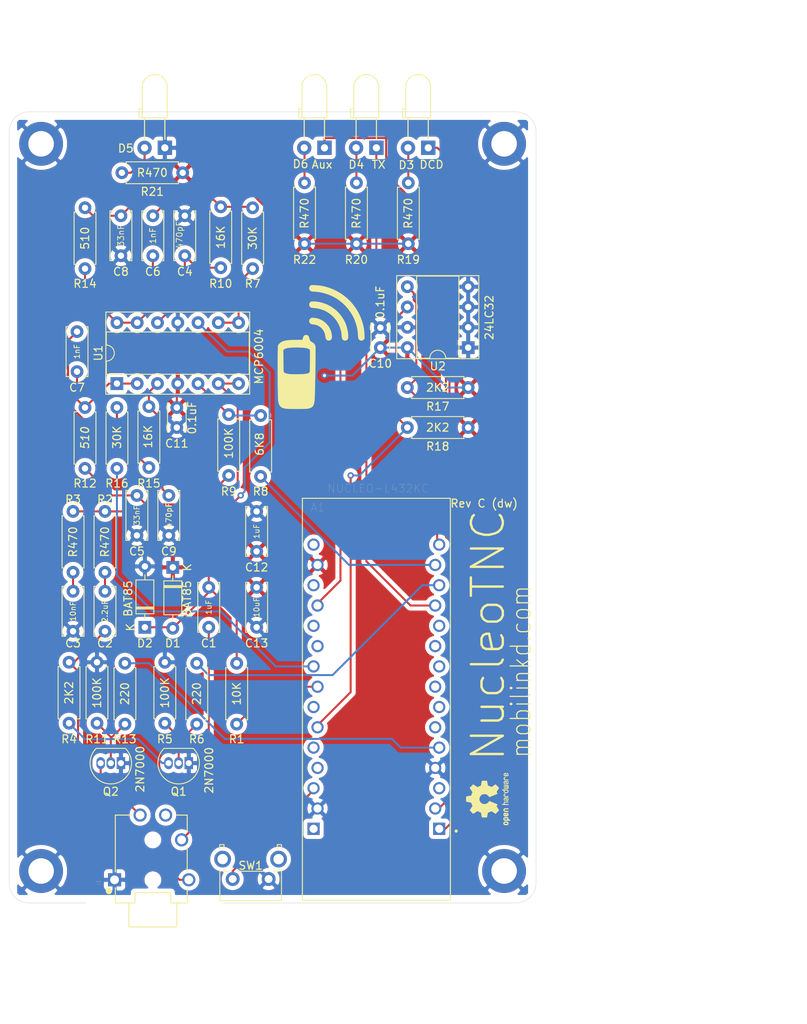
<source format=kicad_pcb>
(kicad_pcb (version 20171130) (host pcbnew 5.1.10-6.fc34)
  (title_block (title "NucleoTNC PCB") (date 2020-05-05) (rev B) (company "Mobilinkd LLC") (comment 1 "67mm width"))
  (layers (0 F.Cu signal) (31 B.Cu signal) (34 B.Paste user) (35 F.Paste user) (36 B.SilkS user) (37 F.SilkS user) (38 B.Mask user) (39 F.Mask user) (44 Edge.Cuts user))
  (net 0 "")
  (net 1 /AUDIO_IN)
  (net 2 "Net-(C1-Pad1)")
  (net 3 "Net-(C2-Pad2)")
  (net 4 /AUDIO_OUT)
  (net 5 "Net-(C3-Pad2)")
  (net 6 GND)
  (net 7 "Net-(C4-Pad2)")
  (net 8 "Net-(C5-Pad2)")
  (net 9 "Net-(C6-Pad2)")
  (net 10 "Net-(C6-Pad1)")
  (net 11 "Net-(C7-Pad2)")
  (net 12 "Net-(C7-Pad1)")
  (net 13 /ADC_AUDIO)
  (net 14 "Net-(C9-Pad2)")
  (net 15 +3V3)
  (net 16 "Net-(D3-Pad2)")
  (net 17 /LED_DCD)
  (net 18 "Net-(D4-Pad2)")
  (net 19 /LED_TX)
  (net 20 "Net-(D5-Pad2)")
  (net 21 "Net-(D6-Pad2)")
  (net 22 /LED_MISC)
  (net 23 "Net-(Q1-Pad2)")
  (net 24 /PTT)
  (net 25 "Net-(Q2-Pad2)")
  (net 26 /DC_OFFSET)
  (net 27 "Net-(R2-Pad1)")
  (net 28 /PTT_MULTIPLEX)
  (net 29 "Net-(R7-Pad2)")
  (net 30 /AUDIO_ATTEN)
  (net 31 "Net-(R8-Pad1)")
  (net 32 /PTT_SIMPLEX)
  (net 33 /DAC_AUDIO)
  (net 34 /I2C_SDA)
  (net 35 /I2C_SCL)
  (net 36 "Net-(Q1-Pad3)")
  (net 37 "Net-(A1-Pad4.1)")
  (net 38 "Net-(A1-Pad4.3)")
  (net 39 "Net-(A1-Pad4.4)")
  (net 40 "Net-(A1-Pad4.5)")
  (net 41 "Net-(A1-Pad4.7)")
  (net 42 "Net-(A1-Pad4.10)")
  (net 43 "Net-(A1-Pad4.11)")
  (net 44 "Net-(A1-Pad4.13)")
  (net 45 "Net-(A1-Pad4.15)")
  (net 46 "Net-(A1-Pad3.3)")
  (net 47 "Net-(A1-Pad3.6)")
  (net 48 "Net-(A1-Pad3.7)")
  (net 49 "Net-(A1-Pad3.8)")
  (net 50 "Net-(A1-Pad3.9)")
  (net 51 "Net-(A1-Pad3.10)")
  (net 52 "Net-(A1-Pad3.11)")
  (module KiCAD:LOGO (layer F.Cu) (at 157.35 79.65)
    (fp_text reference G1 hide)
    (fp_text value LOGO hide)
  )
  (module KiCAD:MODULE_NUCLEO-L432KC (layer F.Cu) (at 166 123.5 180)
    (fp_text reference A1 (at 7.35 24 180) (layer F.SilkS) (effects (font (thickness 0.015))))
    (fp_text value NUCLEO-L432KC (at -0.228 26.383 180) (layer F.SilkS) (effects (font (thickness 0.015))))
    (pad 4.1 thru_hole rect (at 7.87 -16.215 180) (size 1.53 1.53) (drill 1.02) (layers *.Cu *.Mask) (net 37 "Net-(A1-Pad4.1)"))
    (pad 4.2 thru_hole circle (at 7.37 -13.675 180) (size 1.53 1.53) (drill 1.02) (layers *.Cu *.Mask) (net 6 GND))
    (pad 4.3 thru_hole circle (at 7.87 -11.135 180) (size 1.53 1.53) (drill 1.02) (layers *.Cu *.Mask) (net 38 "Net-(A1-Pad4.3)"))
    (pad 4.4 thru_hole circle (at 7.37 -8.595 180) (size 1.53 1.53) (drill 1.02) (layers *.Cu *.Mask) (net 39 "Net-(A1-Pad4.4)"))
    (pad 4.5 thru_hole circle (at 7.87 -6.055 180) (size 1.53 1.53) (drill 1.02) (layers *.Cu *.Mask) (net 40 "Net-(A1-Pad4.5)"))
    (pad 4.6 thru_hole circle (at 7.37 -3.515 180) (size 1.53 1.53) (drill 1.02) (layers *.Cu *.Mask) (net 35 /I2C_SCL))
    (pad 4.7 thru_hole circle (at 7.87 -0.975 180) (size 1.53 1.53) (drill 1.02) (layers *.Cu *.Mask) (net 41 "Net-(A1-Pad4.7)"))
    (pad 4.8 thru_hole circle (at 7.37 1.565 180) (size 1.53 1.53) (drill 1.02) (layers *.Cu *.Mask) (net 26 /DC_OFFSET))
    (pad 4.9 thru_hole circle (at 7.87 4.105 180) (size 1.53 1.53) (drill 1.02) (layers *.Cu *.Mask) (net 33 /DAC_AUDIO))
    (pad 4.10 thru_hole circle (at 7.37 6.645 180) (size 1.53 1.53) (drill 1.02) (layers *.Cu *.Mask) (net 42 "Net-(A1-Pad4.10)"))
    (pad 4.11 thru_hole circle (at 7.87 9.185 180) (size 1.53 1.53) (drill 1.02) (layers *.Cu *.Mask) (net 43 "Net-(A1-Pad4.11)"))
    (pad 4.12 thru_hole circle (at 7.37 11.725 180) (size 1.53 1.53) (drill 1.02) (layers *.Cu *.Mask) (net 13 /ADC_AUDIO))
    (pad 4.13 thru_hole circle (at 7.87 14.265 180) (size 1.53 1.53) (drill 1.02) (layers *.Cu *.Mask) (net 44 "Net-(A1-Pad4.13)"))
    (pad 4.14 thru_hole circle (at 7.37 16.805 180) (size 1.53 1.53) (drill 1.02) (layers *.Cu *.Mask) (net 15 +3V3))
    (pad 4.15 thru_hole circle (at 7.87 19.345 180) (size 1.53 1.53) (drill 1.02) (layers *.Cu *.Mask) (net 45 "Net-(A1-Pad4.15)"))
    (pad 3.1 thru_hole rect (at -7.87 -16.215 180) (size 1.53 1.53) (drill 1.02) (layers *.Cu *.Mask) (net 17 /LED_DCD))
    (pad 3.2 thru_hole circle (at -7.37 -13.675 180) (size 1.53 1.53) (drill 1.02) (layers *.Cu *.Mask) (net 22 /LED_MISC))
    (pad 3.3 thru_hole circle (at -7.87 -11.135 180) (size 1.53 1.53) (drill 1.02) (layers *.Cu *.Mask) (net 46 "Net-(A1-Pad3.3)"))
    (pad 3.4 thru_hole circle (at -7.37 -8.595 180) (size 1.53 1.53) (drill 1.02) (layers *.Cu *.Mask) (net 6 GND))
    (pad 3.5 thru_hole circle (at -7.87 -6.055 180) (size 1.53 1.53) (drill 1.02) (layers *.Cu *.Mask) (net 32 /PTT_SIMPLEX))
    (pad 3.6 thru_hole circle (at -7.37 -3.515 180) (size 1.53 1.53) (drill 1.02) (layers *.Cu *.Mask) (net 47 "Net-(A1-Pad3.6)"))
    (pad 3.7 thru_hole circle (at -7.87 -0.975 180) (size 1.53 1.53) (drill 1.02) (layers *.Cu *.Mask) (net 48 "Net-(A1-Pad3.7)"))
    (pad 3.8 thru_hole circle (at -7.37 1.565 180) (size 1.53 1.53) (drill 1.02) (layers *.Cu *.Mask) (net 49 "Net-(A1-Pad3.8)"))
    (pad 3.9 thru_hole circle (at -7.87 4.105 180) (size 1.53 1.53) (drill 1.02) (layers *.Cu *.Mask) (net 50 "Net-(A1-Pad3.9)"))
    (pad 3.10 thru_hole circle (at -7.37 6.645 180) (size 1.53 1.53) (drill 1.02) (layers *.Cu *.Mask) (net 51 "Net-(A1-Pad3.10)"))
    (pad 3.11 thru_hole circle (at -7.87 9.185 180) (size 1.53 1.53) (drill 1.02) (layers *.Cu *.Mask) (net 52 "Net-(A1-Pad3.11)"))
    (pad 3.12 thru_hole circle (at -7.37 11.725 180) (size 1.53 1.53) (drill 1.02) (layers *.Cu *.Mask) (net 19 /LED_TX))
    (pad 3.13 thru_hole circle (at -7.87 14.265 180) (size 1.53 1.53) (drill 1.02) (layers *.Cu *.Mask) (net 28 /PTT_MULTIPLEX))
    (pad 3.14 thru_hole circle (at -7.37 16.805 180) (size 1.53 1.53) (drill 1.02) (layers *.Cu *.Mask) (net 30 /AUDIO_ATTEN))
    (pad 3.15 thru_hole circle (at -7.87 19.345 180) (size 1.53 1.53) (drill 1.02) (layers *.Cu *.Mask) (net 34 /I2C_SDA))
  )
  (module LED_THT:LED_D3.0mm_Horizontal_O3.81mm_Z2.0mm (layer F.Cu) (at 159.5 54.5 180)
    (fp_text reference D6 (at 3.0002 -2.0278 180) (layer F.SilkS))
    (fp_text value Aux (at 0.3078 -2.0786 180) (layer F.SilkS))
    (pad 2 thru_hole circle (at 2.54 0 180) (size 1.8 1.8) (drill 0.9) (layers *.Cu *.Mask) (net 21 "Net-(D6-Pad2)"))
    (pad 1 thru_hole rect (at 0 0 180) (size 1.8 1.8) (drill 0.9) (layers *.Cu *.Mask) (net 22 /LED_MISC))
  )
  (module LED_THT:LED_D3.0mm_Horizontal_O3.81mm_Z2.0mm (layer F.Cu) (at 166 54.5 180)
    (fp_text reference D4 (at 2.5152 -2.104 180) (layer F.SilkS))
    (fp_text value TX (at -0.2788 -2.104 180) (layer F.SilkS))
    (pad 2 thru_hole circle (at 2.54 0 180) (size 1.8 1.8) (drill 0.9) (layers *.Cu *.Mask) (net 18 "Net-(D4-Pad2)"))
    (pad 1 thru_hole rect (at 0 0 180) (size 1.8 1.8) (drill 0.9) (layers *.Cu *.Mask) (net 19 /LED_TX))
  )
  (module LED_THT:LED_D3.0mm_Horizontal_O3.81mm_Z2.0mm (layer F.Cu) (at 172.5 54.5 180)
    (fp_text reference D3 (at 2.7414 -2.1548 180) (layer F.SilkS))
    (fp_text value DCD (at -0.4082 -2.104 180) (layer F.SilkS))
    (pad 2 thru_hole circle (at 2.54 0 180) (size 1.8 1.8) (drill 0.9) (layers *.Cu *.Mask) (net 16 "Net-(D3-Pad2)"))
    (pad 1 thru_hole rect (at 0 0 180) (size 1.8 1.8) (drill 0.9) (layers *.Cu *.Mask) (net 17 /LED_DCD))
  )
  (module Resistor_THT:R_Axial_DIN0207_L6.3mm_D2.5mm_P7.62mm_Horizontal (layer F.Cu) (at 141.74 57.62 180)
    (fp_text reference R21 (at 3.81 -2.37) (layer F.SilkS))
    (fp_text value R470 hide)
    (fp_text user %V (at 3.81 0) (layer F.SilkS))
    (pad 2 thru_hole oval (at 7.62 0 180) (size 1.6 1.6) (drill 0.8) (layers *.Cu *.Mask) (net 20 "Net-(D5-Pad2)"))
    (pad 1 thru_hole circle (at 0 0 180) (size 1.6 1.6) (drill 0.8) (layers *.Cu *.Mask) (net 15 +3V3))
  )
  (module Capacitor_THT:C_Disc_D6.0mm_W2.5mm_P5.00mm (layer F.Cu) (at 151 105 90)
    (fp_text reference C12 (at -2 0 180) (layer F.SilkS))
    (fp_text value 1uF hide)
    (fp_text user %V (at 2.5 0 90) (layer F.SilkS) (effects (font (size 0.68 0.68) (thickness 0.102))))
    (pad 1 thru_hole circle (at 0 0 90) (size 1.6 1.6) (drill 0.8) (layers *.Cu *.Mask) (net 15 +3V3))
    (pad 2 thru_hole circle (at 5 0 90) (size 1.6 1.6) (drill 0.8) (layers *.Cu *.Mask) (net 6 GND))
  )
  (module Capacitor_THT:C_Disc_D6.0mm_W2.5mm_P5.00mm (layer F.Cu) (at 151 109.5 270)
    (fp_text reference C13 (at 7 0 180) (layer F.SilkS))
    (fp_text value 10uF hide)
    (fp_text user %V (at 2.5 0 90) (layer F.SilkS) (effects (font (size 0.68 0.68) (thickness 0.102))))
    (pad 2 thru_hole circle (at 5 0 270) (size 1.6 1.6) (drill 0.8) (layers *.Cu *.Mask) (net 6 GND))
    (pad 1 thru_hole circle (at 0 0 270) (size 1.6 1.6) (drill 0.8) (layers *.Cu *.Mask) (net 15 +3V3))
  )
  (module Button_Switch_THT:SW_Tactile_SPST_Angled_PTS645Vx58-2LFS (layer F.Cu) (at 152.5 146 180)
    (fp_text reference SW1 (at 2.25 1.68) (layer F.SilkS))
    (fp_text value "PTS645VL58-2 LFS")
    (pad "" thru_hole circle (at -1.25 2.49 180) (size 2.1 2.1) (drill 1.3) (layers *.Cu *.Mask))
    (pad 1 thru_hole circle (at 0 0 180) (size 1.75 1.75) (drill 0.99) (layers *.Cu *.Mask) (net 6 GND))
    (pad 2 thru_hole circle (at 4.5 0 180) (size 1.75 1.75) (drill 0.99) (layers *.Cu *.Mask) (net 38 "Net-(A1-Pad4.3)"))
    (pad "" thru_hole circle (at 5.76 2.49 180) (size 2.1 2.1) (drill 1.3) (layers *.Cu *.Mask))
  )
  (module Symbol:OSHW-Logo2_7.3x6mm_SilkScreen (layer F.Cu) (at 180 136 90)
    (fp_text reference REF** hide)
    (fp_text value OSHW-Logo2_7.3x6mm_SilkScreen hide)
  )
  (module KiCAD:CUI_SJ-43515TS (layer F.Cu) (at 138 143.5 90)
    (fp_text reference J1 (at -2.979863 -6.813626 90) (layer F.SilkS) (effects (font (size 0.480623 0.480623) (thickness 0.015))))
    (fp_text value SJ-43515TS)
    (fp_line (start -5.5 -8.35) (end -5.5 -2.25) (layer Edge.Cuts) (width 0.0001))
    (fp_line (start -5.5 -2.25) (end -4.2 -2.25) (layer Edge.Cuts) (width 0.0001))
    (fp_line (start -4.2 -2.25) (end -4.2 2.25) (layer Edge.Cuts) (width 0.0001))
    (fp_line (start -4.2 2.25) (end -5.5 2.25) (layer Edge.Cuts) (width 0.0001))
    (fp_line (start -5.5 2.25) (end -5.5 8.85) (layer Edge.Cuts) (width 0.0001))
    (pad TS thru_hole circle (at 5.5 1.6 90) (size 1.65 1.65) (drill 1.1) (layers *.Cu *.Mask))
    (pad None np_thru_hole circle (at 2.4 0 90) (size 1.1 1.1) (drill 1.1) (layers *.Cu *.Mask))
    (pad None np_thru_hole circle (at -2.6 0 90) (size 1.1 1.1) (drill 1.1) (layers *.Cu *.Mask))
    (pad R2 thru_hole circle (at -2.6 4.5 90) (size 1.65 1.65) (drill 1.1) (layers *.Cu *.Mask) (net 4 /AUDIO_OUT))
    (pad R1 thru_hole circle (at 5.5 -1.6 90) (size 1.65 1.65) (drill 1.1) (layers *.Cu *.Mask) (net 24 /PTT))
    (pad T thru_hole circle (at 2.4 3.6 90) (size 1.65 1.65) (drill 1.1) (layers *.Cu *.Mask) (net 1 /AUDIO_IN))
    (pad S thru_hole rect (at -2.6 -4.8 90) (size 1.65 1.65) (drill 1.1) (layers *.Cu *.Mask) (net 6 GND))
  )
  (module Package_DIP:DIP-8_W7.62mm_Socket (layer F.Cu) (at 177.5 79.5 180)
    (fp_text reference U2 (at 3.81 -2.33) (layer F.SilkS))
    (fp_text value 24LC32 (at -2.6472 3.7698 90) (layer F.SilkS))
    (pad 8 thru_hole oval (at 7.62 0 180) (size 1.6 1.6) (drill 0.8) (layers *.Cu *.Mask) (net 15 +3V3))
    (pad 4 thru_hole oval (at 0 7.62 180) (size 1.6 1.6) (drill 0.8) (layers *.Cu *.Mask) (net 6 GND))
    (pad 7 thru_hole oval (at 7.62 2.54 180) (size 1.6 1.6) (drill 0.8) (layers *.Cu *.Mask) (net 6 GND))
    (pad 3 thru_hole oval (at 0 5.08 180) (size 1.6 1.6) (drill 0.8) (layers *.Cu *.Mask) (net 6 GND))
    (pad 6 thru_hole oval (at 7.62 5.08 180) (size 1.6 1.6) (drill 0.8) (layers *.Cu *.Mask) (net 35 /I2C_SCL))
    (pad 2 thru_hole oval (at 0 2.54 180) (size 1.6 1.6) (drill 0.8) (layers *.Cu *.Mask) (net 6 GND))
    (pad 5 thru_hole oval (at 7.62 7.62 180) (size 1.6 1.6) (drill 0.8) (layers *.Cu *.Mask) (net 34 /I2C_SDA))
    (pad 1 thru_hole rect (at 0 0 180) (size 1.6 1.6) (drill 0.8) (layers *.Cu *.Mask) (net 6 GND))
  )
  (module Package_DIP:DIP-14_W7.62mm_Socket (layer F.Cu) (at 133.5 84 90)
    (fp_text reference U1 (at 3.81 -2.33 90) (layer F.SilkS))
    (fp_text value MCP6004 (at 3.393 17.7928 90) (layer F.SilkS))
    (pad 14 thru_hole oval (at 7.62 0 90) (size 1.6 1.6) (drill 0.8) (layers *.Cu *.Mask) (net 10 "Net-(C6-Pad1)"))
    (pad 7 thru_hole oval (at 0 15.24 90) (size 1.6 1.6) (drill 0.8) (layers *.Cu *.Mask) (net 27 "Net-(R2-Pad1)"))
    (pad 13 thru_hole oval (at 7.62 2.54 90) (size 1.6 1.6) (drill 0.8) (layers *.Cu *.Mask) (net 10 "Net-(C6-Pad1)"))
    (pad 6 thru_hole oval (at 0 12.7 90) (size 1.6 1.6) (drill 0.8) (layers *.Cu *.Mask) (net 27 "Net-(R2-Pad1)"))
    (pad 12 thru_hole oval (at 7.62 5.08 90) (size 1.6 1.6) (drill 0.8) (layers *.Cu *.Mask) (net 7 "Net-(C4-Pad2)"))
    (pad 5 thru_hole oval (at 0 10.16 90) (size 1.6 1.6) (drill 0.8) (layers *.Cu *.Mask) (net 31 "Net-(R8-Pad1)"))
    (pad 11 thru_hole oval (at 7.62 7.62 90) (size 1.6 1.6) (drill 0.8) (layers *.Cu *.Mask) (net 6 GND))
    (pad 4 thru_hole oval (at 0 7.62 90) (size 1.6 1.6) (drill 0.8) (layers *.Cu *.Mask) (net 15 +3V3))
    (pad 10 thru_hole oval (at 7.62 10.16 90) (size 1.6 1.6) (drill 0.8) (layers *.Cu *.Mask) (net 2 "Net-(C1-Pad1)"))
    (pad 3 thru_hole oval (at 0 5.08 90) (size 1.6 1.6) (drill 0.8) (layers *.Cu *.Mask) (net 14 "Net-(C9-Pad2)"))
    (pad 9 thru_hole oval (at 7.62 12.7 90) (size 1.6 1.6) (drill 0.8) (layers *.Cu *.Mask) (net 29 "Net-(R7-Pad2)"))
    (pad 2 thru_hole oval (at 0 2.54 90) (size 1.6 1.6) (drill 0.8) (layers *.Cu *.Mask) (net 11 "Net-(C7-Pad2)"))
    (pad 8 thru_hole oval (at 7.62 15.24 90) (size 1.6 1.6) (drill 0.8) (layers *.Cu *.Mask) (net 29 "Net-(R7-Pad2)"))
    (pad 1 thru_hole rect (at 0 0 90) (size 1.6 1.6) (drill 0.8) (layers *.Cu *.Mask) (net 11 "Net-(C7-Pad2)"))
  )
  (module Resistor_THT:R_Axial_DIN0207_L6.3mm_D2.5mm_P7.62mm_Horizontal (layer F.Cu) (at 157 66.5 90)
    (fp_text reference R22 (at -2 0 180) (layer F.SilkS))
    (fp_text value R470 hide)
    (fp_text user %V (at 3.81 0 90) (layer F.SilkS))
    (pad 2 thru_hole oval (at 7.62 0 90) (size 1.6 1.6) (drill 0.8) (layers *.Cu *.Mask) (net 21 "Net-(D6-Pad2)"))
    (pad 1 thru_hole circle (at 0 0 90) (size 1.6 1.6) (drill 0.8) (layers *.Cu *.Mask) (net 15 +3V3))
  )
  (module Resistor_THT:R_Axial_DIN0207_L6.3mm_D2.5mm_P7.62mm_Horizontal (layer F.Cu) (at 163.5 66.5 90)
    (fp_text reference R20 (at -2 0 180) (layer F.SilkS))
    (fp_text value R470 hide)
    (fp_text user %V (at 3.81 0 90) (layer F.SilkS))
    (pad 2 thru_hole oval (at 7.62 0 90) (size 1.6 1.6) (drill 0.8) (layers *.Cu *.Mask) (net 18 "Net-(D4-Pad2)"))
    (pad 1 thru_hole circle (at 0 0 90) (size 1.6 1.6) (drill 0.8) (layers *.Cu *.Mask) (net 15 +3V3))
  )
  (module Resistor_THT:R_Axial_DIN0207_L6.3mm_D2.5mm_P7.62mm_Horizontal (layer F.Cu) (at 170 66.5 90)
    (fp_text reference R19 (at -2 0 180) (layer F.SilkS))
    (fp_text value R470 hide)
    (fp_text user %V (at 3.81 0 90) (layer F.SilkS))
    (pad 2 thru_hole oval (at 7.62 0 90) (size 1.6 1.6) (drill 0.8) (layers *.Cu *.Mask) (net 16 "Net-(D3-Pad2)"))
    (pad 1 thru_hole circle (at 0 0 90) (size 1.6 1.6) (drill 0.8) (layers *.Cu *.Mask) (net 15 +3V3))
  )
  (module Resistor_THT:R_Axial_DIN0207_L6.3mm_D2.5mm_P7.62mm_Horizontal (layer F.Cu) (at 177.5 89.5 180)
    (fp_text reference R18 (at 3.81 -2.37) (layer F.SilkS))
    (fp_text value 2K2 hide)
    (fp_text user %V (at 3.81 0) (layer F.SilkS))
    (pad 2 thru_hole oval (at 7.62 0 180) (size 1.6 1.6) (drill 0.8) (layers *.Cu *.Mask) (net 35 /I2C_SCL))
    (pad 1 thru_hole circle (at 0 0 180) (size 1.6 1.6) (drill 0.8) (layers *.Cu *.Mask) (net 15 +3V3))
  )
  (module Resistor_THT:R_Axial_DIN0207_L6.3mm_D2.5mm_P7.62mm_Horizontal (layer F.Cu) (at 177.5 84.5 180)
    (fp_text reference R17 (at 3.81 -2.37) (layer F.SilkS))
    (fp_text value 2K2 hide)
    (fp_text user %V (at 3.81 0) (layer F.SilkS))
    (pad 2 thru_hole oval (at 7.62 0 180) (size 1.6 1.6) (drill 0.8) (layers *.Cu *.Mask) (net 34 /I2C_SDA))
    (pad 1 thru_hole circle (at 0 0 180) (size 1.6 1.6) (drill 0.8) (layers *.Cu *.Mask) (net 15 +3V3))
  )
  (module Resistor_THT:R_Axial_DIN0207_L6.3mm_D2.5mm_P7.62mm_Horizontal (layer F.Cu) (at 133.5 87 270)
    (fp_text reference R16 (at 9.5 0 180) (layer F.SilkS))
    (fp_text value 30K hide)
    (fp_text user %V (at 3.7162 -0.0128 270) (layer F.SilkS))
    (pad 2 thru_hole oval (at 7.62 0 270) (size 1.6 1.6) (drill 0.8) (layers *.Cu *.Mask) (net 33 /DAC_AUDIO))
    (pad 1 thru_hole circle (at 0 0 270) (size 1.6 1.6) (drill 0.8) (layers *.Cu *.Mask) (net 12 "Net-(C7-Pad1)"))
  )
  (module Resistor_THT:R_Axial_DIN0207_L6.3mm_D2.5mm_P7.62mm_Horizontal (layer F.Cu) (at 137.5 94.5 90)
    (fp_text reference R15 (at -2 0 180) (layer F.SilkS))
    (fp_text value 16K hide)
    (fp_text user %V (at 3.86 -0.101 90) (layer F.SilkS))
    (pad 2 thru_hole oval (at 7.62 0 90) (size 1.6 1.6) (drill 0.8) (layers *.Cu *.Mask) (net 14 "Net-(C9-Pad2)"))
    (pad 1 thru_hole circle (at 0 0 90) (size 1.6 1.6) (drill 0.8) (layers *.Cu *.Mask) (net 12 "Net-(C7-Pad1)"))
  )
  (module Resistor_THT:R_Axial_DIN0207_L6.3mm_D2.5mm_P7.62mm_Horizontal (layer F.Cu) (at 129.5 62 270)
    (fp_text reference R14 (at 9.5 0 180) (layer F.SilkS))
    (fp_text value 510 hide)
    (fp_text user %V (at 3.81 0 90) (layer F.SilkS))
    (pad 2 thru_hole oval (at 7.62 0 270) (size 1.6 1.6) (drill 0.8) (layers *.Cu *.Mask) (net 10 "Net-(C6-Pad1)"))
    (pad 1 thru_hole circle (at 0 0 270) (size 1.6 1.6) (drill 0.8) (layers *.Cu *.Mask) (net 13 /ADC_AUDIO))
  )
  (module Resistor_THT:R_Axial_DIN0207_L6.3mm_D2.5mm_P7.62mm_Horizontal (layer F.Cu) (at 134.5 119 270)
    (fp_text reference R13 (at 9.5 0 180) (layer F.SilkS))
    (fp_text value 220 hide)
    (fp_text user %V (at 3.81 0 90) (layer F.SilkS))
    (pad 2 thru_hole oval (at 7.62 0 270) (size 1.6 1.6) (drill 0.8) (layers *.Cu *.Mask) (net 25 "Net-(Q2-Pad2)"))
    (pad 1 thru_hole circle (at 0 0 270) (size 1.6 1.6) (drill 0.8) (layers *.Cu *.Mask) (net 32 /PTT_SIMPLEX))
  )
  (module Resistor_THT:R_Axial_DIN0207_L6.3mm_D2.5mm_P7.62mm_Horizontal (layer F.Cu) (at 129.5 87 270)
    (fp_text reference R12 (at 9.5 0 180) (layer F.SilkS))
    (fp_text value 510 hide)
    (fp_text user %V (at 3.81 0 90) (layer F.SilkS) (effects (font (thickness 0.15) italic)))
    (pad 2 thru_hole oval (at 7.62 0 270) (size 1.6 1.6) (drill 0.8) (layers *.Cu *.Mask) (net 8 "Net-(C5-Pad2)"))
    (pad 1 thru_hole circle (at 0 0 270) (size 1.6 1.6) (drill 0.8) (layers *.Cu *.Mask) (net 11 "Net-(C7-Pad2)"))
  )
  (module Resistor_THT:R_Axial_DIN0207_L6.3mm_D2.5mm_P7.62mm_Horizontal (layer F.Cu) (at 131 126.5 90)
    (fp_text reference R11 (at -2 0 180) (layer F.SilkS))
    (fp_text value 100K hide)
    (fp_text user %V (at 3.81 0 90) (layer F.SilkS))
    (pad 2 thru_hole oval (at 7.62 0 90) (size 1.6 1.6) (drill 0.8) (layers *.Cu *.Mask) (net 6 GND))
    (pad 1 thru_hole circle (at 0 0 90) (size 1.6 1.6) (drill 0.8) (layers *.Cu *.Mask) (net 25 "Net-(Q2-Pad2)"))
  )
  (module Resistor_THT:R_Axial_DIN0207_L6.3mm_D2.5mm_P7.62mm_Horizontal (layer F.Cu) (at 146.5 69.5 90)
    (fp_text reference R10 (at -2 0 180) (layer F.SilkS))
    (fp_text value 16K hide)
    (fp_text user %V (at 3.81 0 90) (layer F.SilkS))
    (pad 2 thru_hole oval (at 7.62 0 90) (size 1.6 1.6) (drill 0.8) (layers *.Cu *.Mask) (net 9 "Net-(C6-Pad2)"))
    (pad 1 thru_hole circle (at 0 0 90) (size 1.6 1.6) (drill 0.8) (layers *.Cu *.Mask) (net 7 "Net-(C4-Pad2)"))
  )
  (module Resistor_THT:R_Axial_DIN0207_L6.3mm_D2.5mm_P7.62mm_Horizontal (layer F.Cu) (at 147.5 95.5 90)
    (fp_text reference R9 (at -2 0 180) (layer F.SilkS))
    (fp_text value 100K hide)
    (fp_text user %V (at 4.0218 0.0082 90) (layer F.SilkS))
    (pad 2 thru_hole oval (at 7.62 0 90) (size 1.6 1.6) (drill 0.8) (layers *.Cu *.Mask) (net 31 "Net-(R8-Pad1)"))
    (pad 1 thru_hole circle (at 0 0 90) (size 1.6 1.6) (drill 0.8) (layers *.Cu *.Mask) (net 8 "Net-(C5-Pad2)"))
  )
  (module Resistor_THT:R_Axial_DIN0207_L6.3mm_D2.5mm_P7.62mm_Horizontal (layer F.Cu) (at 151.5 88 270)
    (fp_text reference R8 (at 9.5 0 180) (layer F.SilkS))
    (fp_text value 6K8 hide)
    (fp_text user %V (at 3.5798 0.131 90) (layer F.SilkS))
    (pad 2 thru_hole oval (at 7.62 0 270) (size 1.6 1.6) (drill 0.8) (layers *.Cu *.Mask) (net 30 /AUDIO_ATTEN))
    (pad 1 thru_hole circle (at 0 0 270) (size 1.6 1.6) (drill 0.8) (layers *.Cu *.Mask) (net 31 "Net-(R8-Pad1)"))
  )
  (module Resistor_THT:R_Axial_DIN0207_L6.3mm_D2.5mm_P7.62mm_Horizontal (layer F.Cu) (at 150.5 62 270)
    (fp_text reference R7 (at 9.5 0 180) (layer F.SilkS))
    (fp_text value 30K hide)
    (fp_text user %V (at 3.81 0 90) (layer F.SilkS))
    (pad 2 thru_hole oval (at 7.62 0 270) (size 1.6 1.6) (drill 0.8) (layers *.Cu *.Mask) (net 29 "Net-(R7-Pad2)"))
    (pad 1 thru_hole circle (at 0 0 270) (size 1.6 1.6) (drill 0.8) (layers *.Cu *.Mask) (net 9 "Net-(C6-Pad2)"))
  )
  (module Resistor_THT:R_Axial_DIN0207_L6.3mm_D2.5mm_P7.62mm_Horizontal (layer F.Cu) (at 143.5 119 270)
    (fp_text reference R6 (at 9.5 0 180) (layer F.SilkS))
    (fp_text value 220 hide)
    (fp_text user %V (at 3.81 0 90) (layer F.SilkS))
    (pad 2 thru_hole oval (at 7.62 0 270) (size 1.6 1.6) (drill 0.8) (layers *.Cu *.Mask) (net 23 "Net-(Q1-Pad2)"))
    (pad 1 thru_hole circle (at 0 0 270) (size 1.6 1.6) (drill 0.8) (layers *.Cu *.Mask) (net 28 /PTT_MULTIPLEX))
  )
  (module Resistor_THT:R_Axial_DIN0207_L6.3mm_D2.5mm_P7.62mm_Horizontal (layer F.Cu) (at 139.5 126.5 90)
    (fp_text reference R5 (at -2 0 180) (layer F.SilkS))
    (fp_text value 100K hide)
    (fp_text user %V (at 3.81 0 90) (layer F.SilkS))
    (pad 2 thru_hole oval (at 7.62 0 90) (size 1.6 1.6) (drill 0.8) (layers *.Cu *.Mask) (net 6 GND))
    (pad 1 thru_hole circle (at 0 0 90) (size 1.6 1.6) (drill 0.8) (layers *.Cu *.Mask) (net 23 "Net-(Q1-Pad2)"))
  )
  (module Resistor_THT:R_Axial_DIN0207_L6.3mm_D2.5mm_P7.62mm_Horizontal (layer F.Cu) (at 127.5 126.5 90)
    (fp_text reference R4 (at -2 0 180) (layer F.SilkS))
    (fp_text value 2K2 hide)
    (fp_text user %V (at 3.81 0 90) (layer F.SilkS))
    (pad 2 thru_hole oval (at 7.62 0 90) (size 1.6 1.6) (drill 0.8) (layers *.Cu *.Mask) (net 4 /AUDIO_OUT))
    (pad 1 thru_hole circle (at 0 0 90) (size 1.6 1.6) (drill 0.8) (layers *.Cu *.Mask) (net 36 "Net-(Q1-Pad3)"))
  )
  (module Resistor_THT:R_Axial_DIN0207_L6.3mm_D2.5mm_P7.62mm_Horizontal (layer F.Cu) (at 128 100 270)
    (fp_text reference R3 (at -1.5 0 180) (layer F.SilkS))
    (fp_text value R470 hide)
    (fp_text user %V (at 3.81 0 90) (layer F.SilkS))
    (pad 2 thru_hole oval (at 7.62 0 270) (size 1.6 1.6) (drill 0.8) (layers *.Cu *.Mask) (net 5 "Net-(C3-Pad2)"))
    (pad 1 thru_hole circle (at 0 0 270) (size 1.6 1.6) (drill 0.8) (layers *.Cu *.Mask) (net 27 "Net-(R2-Pad1)"))
  )
  (module Resistor_THT:R_Axial_DIN0207_L6.3mm_D2.5mm_P7.62mm_Horizontal (layer F.Cu) (at 132 100 270)
    (fp_text reference R2 (at -1.5 0 180) (layer F.SilkS))
    (fp_text value R470 hide)
    (fp_text user %V (at 3.81 0 90) (layer F.SilkS))
    (pad 2 thru_hole oval (at 7.62 0 270) (size 1.6 1.6) (drill 0.8) (layers *.Cu *.Mask) (net 3 "Net-(C2-Pad2)"))
    (pad 1 thru_hole circle (at 0 0 270) (size 1.6 1.6) (drill 0.8) (layers *.Cu *.Mask) (net 27 "Net-(R2-Pad1)"))
  )
  (module Resistor_THT:R_Axial_DIN0207_L6.3mm_D2.5mm_P7.62mm_Horizontal (layer F.Cu) (at 148.5 119 270)
    (fp_text reference R1 (at 9.5 0 180) (layer F.SilkS))
    (fp_text value 10K hide)
    (fp_text user %V (at 3.81 0 90) (layer F.SilkS))
    (pad 2 thru_hole oval (at 7.62 0 270) (size 1.6 1.6) (drill 0.8) (layers *.Cu *.Mask) (net 26 /DC_OFFSET))
    (pad 1 thru_hole circle (at 0 0 270) (size 1.6 1.6) (drill 0.8) (layers *.Cu *.Mask) (net 2 "Net-(C1-Pad1)"))
  )
  (module Package_TO_SOT_THT:TO-92_Inline (layer F.Cu) (at 134 131.5 180)
    (fp_text reference Q2 (at 1.27 -3.56) (layer F.SilkS))
    (fp_text value 2N7000 (at -2.4084 -0.7452 90) (layer F.SilkS))
    (pad 1 thru_hole rect (at 0 0 180) (size 1.05 1.5) (drill 0.75) (layers *.Cu *.Mask) (net 6 GND))
    (pad 3 thru_hole oval (at 2.54 0 180) (size 1.05 1.5) (drill 0.75) (layers *.Cu *.Mask) (net 24 /PTT))
    (pad 2 thru_hole oval (at 1.27 0 180) (size 1.05 1.5) (drill 0.75) (layers *.Cu *.Mask) (net 25 "Net-(Q2-Pad2)"))
  )
  (module Package_TO_SOT_THT:TO-92_Inline (layer F.Cu) (at 142.5 131.5 180)
    (fp_text reference Q1 (at 1.27 -3.56) (layer F.SilkS))
    (fp_text value 2N7000 (at -2.5444 -0.8976 270) (layer F.SilkS))
    (pad 1 thru_hole rect (at 0 0 180) (size 1.05 1.5) (drill 0.75) (layers *.Cu *.Mask) (net 6 GND))
    (pad 3 thru_hole oval (at 2.54 0 180) (size 1.05 1.5) (drill 0.75) (layers *.Cu *.Mask) (net 36 "Net-(Q1-Pad3)"))
    (pad 2 thru_hole oval (at 1.27 0 180) (size 1.05 1.5) (drill 0.75) (layers *.Cu *.Mask) (net 23 "Net-(Q1-Pad2)"))
  )
  (module LED_THT:LED_D3.0mm_Horizontal_O3.81mm_Z2.0mm (layer F.Cu) (at 139.5 54.5 180)
    (fp_text reference D5 (at 4.895 -0.072) (layer F.SilkS))
    (fp_text value "BLU LED")
    (pad 2 thru_hole circle (at 2.54 0 180) (size 1.8 1.8) (drill 0.9) (layers *.Cu *.Mask) (net 20 "Net-(D5-Pad2)"))
    (pad 1 thru_hole rect (at 0 0 180) (size 1.8 1.8) (drill 0.9) (layers *.Cu *.Mask) (net 6 GND))
  )
  (module Diode_THT:D_DO-35_SOD27_P7.62mm_Horizontal (layer F.Cu) (at 137 114.5 90)
    (fp_text reference D2 (at -2 0 180) (layer F.SilkS))
    (fp_text value BAT85 (at 3.5908 -2.0902 90) (layer F.SilkS))
    (fp_text user K (at 0 -1.8 90) (layer F.SilkS))
    (pad 2 thru_hole oval (at 7.62 0 90) (size 1.6 1.6) (drill 0.8) (layers *.Cu *.Mask) (net 6 GND))
    (pad 1 thru_hole rect (at 0 0 90) (size 1.6 1.6) (drill 0.8) (layers *.Cu *.Mask) (net 2 "Net-(C1-Pad1)"))
  )
  (module Diode_THT:D_DO-35_SOD27_P7.62mm_Horizontal (layer F.Cu) (at 140.5 107 270)
    (fp_text reference D1 (at 9.5 0 180) (layer F.SilkS))
    (fp_text value BAT85 (at 3.9092 -1.7758 90) (layer F.SilkS))
    (fp_text user K (at 0 -1.8 90) (layer F.SilkS))
    (pad 2 thru_hole oval (at 7.62 0 270) (size 1.6 1.6) (drill 0.8) (layers *.Cu *.Mask) (net 2 "Net-(C1-Pad1)"))
    (pad 1 thru_hole rect (at 0 0 270) (size 1.6 1.6) (drill 0.8) (layers *.Cu *.Mask) (net 15 +3V3))
  )
  (module Capacitor_THT:C_Disc_D3.4mm_W2.1mm_P2.50mm (layer F.Cu) (at 141 87 270)
    (fp_text reference C11 (at 4.5 0 180) (layer F.SilkS))
    (fp_text value 0.1uF (at 1.2778 -1.9108 90) (layer F.SilkS))
    (pad 2 thru_hole circle (at 2.5 0 270) (size 1.6 1.6) (drill 0.8) (layers *.Cu *.Mask) (net 6 GND))
    (pad 1 thru_hole circle (at 0 0 270) (size 1.6 1.6) (drill 0.8) (layers *.Cu *.Mask) (net 15 +3V3))
  )
  (module Capacitor_THT:C_Disc_D3.4mm_W2.1mm_P2.50mm (layer F.Cu) (at 166.5 79.5 90)
    (fp_text reference C10 (at -2 0 180) (layer F.SilkS))
    (fp_text value 0.1uF (at 5.6748 -0.018 90) (layer F.SilkS))
    (pad 2 thru_hole circle (at 2.5 0 90) (size 1.6 1.6) (drill 0.8) (layers *.Cu *.Mask) (net 6 GND))
    (pad 1 thru_hole circle (at 0 0 90) (size 1.6 1.6) (drill 0.8) (layers *.Cu *.Mask) (net 15 +3V3))
  )
  (module Capacitor_THT:C_Disc_D6.0mm_W2.5mm_P5.00mm (layer F.Cu) (at 140 103 90)
    (fp_text reference C9 (at -2 0 180) (layer F.SilkS))
    (fp_text value 470pF hide)
    (fp_text user %V (at 2.5 0 90) (layer F.SilkS) (effects (font (size 0.68 0.68) (thickness 0.11))))
    (pad 2 thru_hole circle (at 5 0 90) (size 1.6 1.6) (drill 0.8) (layers *.Cu *.Mask) (net 14 "Net-(C9-Pad2)"))
    (pad 1 thru_hole circle (at 0 0 90) (size 1.6 1.6) (drill 0.8) (layers *.Cu *.Mask) (net 6 GND))
  )
  (module Capacitor_THT:C_Disc_D6.0mm_W2.5mm_P5.00mm (layer F.Cu) (at 134 68 90)
    (fp_text reference C8 (at -2 0 180) (layer F.SilkS))
    (fp_text value 33nF hide)
    (fp_text user %V (at 2.5 0 90) (layer F.SilkS) (effects (font (size 0.75 0.75) (thickness 0.1))))
    (pad 2 thru_hole circle (at 5 0 90) (size 1.6 1.6) (drill 0.8) (layers *.Cu *.Mask) (net 13 /ADC_AUDIO))
    (pad 1 thru_hole circle (at 0 0 90) (size 1.6 1.6) (drill 0.8) (layers *.Cu *.Mask) (net 6 GND))
  )
  (module Capacitor_THT:C_Disc_D6.0mm_W2.5mm_P5.00mm (layer F.Cu) (at 128.5 77.5 270)
    (fp_text reference C7 (at 7 0 180) (layer F.SilkS))
    (fp_text value 1nF hide)
    (fp_text user %V (at 2.5 0 90) (layer F.SilkS) (effects (font (size 0.68 0.68) (thickness 0.11))))
    (pad 2 thru_hole circle (at 5 0 270) (size 1.6 1.6) (drill 0.8) (layers *.Cu *.Mask) (net 11 "Net-(C7-Pad2)"))
    (pad 1 thru_hole circle (at 0 0 270) (size 1.6 1.6) (drill 0.8) (layers *.Cu *.Mask) (net 12 "Net-(C7-Pad1)"))
  )
  (module Capacitor_THT:C_Disc_D6.0mm_W2.5mm_P5.00mm (layer F.Cu) (at 138 68 90)
    (fp_text reference C6 (at -2 0 180) (layer F.SilkS))
    (fp_text value 1nF hide)
    (fp_text user %V (at 2.5 0 90) (layer F.SilkS) (effects (font (size 0.75 0.75) (thickness 0.11))))
    (pad 2 thru_hole circle (at 5 0 90) (size 1.6 1.6) (drill 0.8) (layers *.Cu *.Mask) (net 9 "Net-(C6-Pad2)"))
    (pad 1 thru_hole circle (at 0 0 90) (size 1.6 1.6) (drill 0.8) (layers *.Cu *.Mask) (net 10 "Net-(C6-Pad1)"))
  )
  (module Capacitor_THT:C_Disc_D6.0mm_W2.5mm_P5.00mm (layer F.Cu) (at 136 103 90)
    (fp_text reference C5 (at -2 0 180) (layer F.SilkS))
    (fp_text value 33nF hide)
    (fp_text user %V (at 2.5 0 90) (layer F.SilkS) (effects (font (size 0.68 0.68) (thickness 0.1))))
    (pad 2 thru_hole circle (at 5 0 90) (size 1.6 1.6) (drill 0.8) (layers *.Cu *.Mask) (net 8 "Net-(C5-Pad2)"))
    (pad 1 thru_hole circle (at 0 0 90) (size 1.6 1.6) (drill 0.8) (layers *.Cu *.Mask) (net 6 GND))
  )
  (module Capacitor_THT:C_Disc_D6.0mm_W2.5mm_P5.00mm (layer F.Cu) (at 142 63 270)
    (fp_text reference C4 (at 7 0 180) (layer F.SilkS))
    (fp_text value 470pF hide)
    (fp_text user %V (at 2.4178 0.664 90) (layer F.SilkS) (effects (font (size 0.75 0.75) (thickness 0.1))))
    (pad 2 thru_hole circle (at 5 0 270) (size 1.6 1.6) (drill 0.8) (layers *.Cu *.Mask) (net 7 "Net-(C4-Pad2)"))
    (pad 1 thru_hole circle (at 0 0 270) (size 1.6 1.6) (drill 0.8) (layers *.Cu *.Mask) (net 6 GND))
  )
  (module Capacitor_THT:C_Disc_D6.0mm_W2.5mm_P5.00mm (layer F.Cu) (at 128 115 90)
    (fp_text reference C3 (at -1.5 0 180) (layer F.SilkS))
    (fp_text value 10nF hide)
    (fp_text user %V (at 2.5 0 90) (layer F.SilkS) (effects (font (size 0.68 0.68) (thickness 0.11))))
    (pad 2 thru_hole circle (at 5 0 90) (size 1.6 1.6) (drill 0.8) (layers *.Cu *.Mask) (net 5 "Net-(C3-Pad2)"))
    (pad 1 thru_hole circle (at 0 0 90) (size 1.6 1.6) (drill 0.8) (layers *.Cu *.Mask) (net 6 GND))
  )
  (module Capacitor_THT:C_Disc_D6.0mm_W2.5mm_P5.00mm (layer F.Cu) (at 132 115 90)
    (fp_text reference C2 (at -1.5 0 180) (layer F.SilkS))
    (fp_text value 2.2uF hide)
    (fp_text user %V (at 2.5 0 90) (layer F.SilkS) (effects (font (size 0.68 0.68) (thickness 0.11))))
    (pad 2 thru_hole circle (at 5 0 90) (size 1.6 1.6) (drill 0.8) (layers *.Cu *.Mask) (net 3 "Net-(C2-Pad2)"))
    (pad 1 thru_hole circle (at 0 0 90) (size 1.6 1.6) (drill 0.8) (layers *.Cu *.Mask) (net 4 /AUDIO_OUT))
  )
  (module Capacitor_THT:C_Disc_D6.0mm_W2.5mm_P5.00mm (layer F.Cu) (at 145 109.5 270)
    (fp_text reference C1 (at 7 0 180) (layer F.SilkS))
    (fp_text value 1uF hide)
    (fp_text user %V (at 2.5 0 90) (layer F.SilkS) (effects (font (size 0.68 0.68) (thickness 0.1))))
    (pad 2 thru_hole circle (at 5 0 270) (size 1.6 1.6) (drill 0.8) (layers *.Cu *.Mask) (net 1 /AUDIO_IN))
    (pad 1 thru_hole circle (at 0 0 270) (size 1.6 1.6) (drill 0.8) (layers *.Cu *.Mask) (net 2 "Net-(C1-Pad1)"))
  )
  (module MountingHole:MountingHole_3.2mm_M3_ISO14580_Pad (layer F.Cu) (at 182 145)
    (fp_text reference H4 hide)
    (fp_text value MountingHole)
    (pad 1 thru_hole circle (at 0 0) (size 5.5 5.5) (drill 3.2) (layers *.Cu *.Mask) (net 6 GND))
  )
  (module MountingHole:MountingHole_3.2mm_M3_ISO14580_Pad (layer F.Cu) (at 182 54)
    (fp_text reference H3 hide)
    (fp_text value MountingHole)
    (pad 1 thru_hole circle (at 0 0) (size 5.5 5.5) (drill 3.2) (layers *.Cu *.Mask) (net 6 GND))
  )
  (module MountingHole:MountingHole_3.2mm_M3_ISO14580_Pad (layer F.Cu) (at 124 145)
    (fp_text reference H2 hide)
    (fp_text value MountingHole)
    (pad 1 thru_hole circle (at 0 0) (size 5.5 5.5) (drill 3.2) (layers *.Cu *.Mask) (net 6 GND))
  )
  (module MountingHole:MountingHole_3.2mm_M3_ISO14580_Pad (layer F.Cu) (at 124 54)
    (fp_text reference H1 hide)
    (fp_text value MountingHole)
    (pad 1 thru_hole circle (at 0 0) (size 5.5 5.5) (drill 3.2) (layers *.Cu *.Mask) (net 6 GND))
  )
  (gr_line (start 126 50) (end 122.5 50) (layer Edge.Cuts) (width 0.05))
  (gr_line (start 180 50) (end 183.5 50) (layer Edge.Cuts) (width 0.05))
  (gr_line (start 180 149) (end 183.5 149) (layer Edge.Cuts) (width 0.05))
  (gr_line (start 122.5 149) (end 126 149) (layer Edge.Cuts) (width 0.05))
  (gr_text mobilinkd.com (at 184.1 120.05 90) (layer F.SilkS) (effects (font (size 2.5 2))))
  (gr_text "Rev C (dw)" (at 179.5 99) (layer F.SilkS) (effects (font (size 1 1))))
  (gr_text NucleoTNC (at 180 115.5 90) (layer F.SilkS) (effects (font (size 4 4) (thickness 0.3))))
  (gr_line (start 146.85 149) (end 156.5 149) (layer Edge.Cuts) (width 0.05))
  (gr_line (start 156.5 149) (end 180 149) (layer Edge.Cuts) (width 0.05))
  (gr_line (start 129.65 149) (end 126 149) (layer Edge.Cuts) (width 0.05))
  (gr_line (start 171 50) (end 180 50) (layer Edge.Cuts) (width 0.05))
  (gr_line (start 120 122.5) (end 120 146.5) (layer Edge.Cuts) (width 0.05))
  (gr_line (start 186 122.5) (end 186 146.5) (layer Edge.Cuts) (width 0.05))
  (gr_arc (start 122.5 146.5) (end 120 146.5) (angle -90) (layer Edge.Cuts) (width 0.05))
  (gr_line (start 186 122.5) (end 186 52.5) (layer Edge.Cuts) (width 0.05))
  (gr_line (start 126 50) (end 171 50) (layer Edge.Cuts) (width 0.05))
  (gr_line (start 120 122.5) (end 120 52.5) (layer Edge.Cuts) (width 0.05))
  (gr_arc (start 183.5 146.5) (end 183.5 149) (angle -90) (layer Edge.Cuts) (width 0.05))
  (gr_arc (start 183.5 52.5) (end 186 52.5) (angle -90) (layer Edge.Cuts) (width 0.05))
  (gr_arc (start 122.5 52.5) (end 122.5 50) (angle -90) (layer Edge.Cuts) (width 0.05))
  (segment (start 145 137.7) (end 141.6 141.1) (width 0.25) (layer F.Cu) (net 1))
  (segment (start 145 114.5) (end 145 137.7) (width 0.25) (layer F.Cu) (net 1))
  (segment (start 140.38 114.5) (end 140.5 114.62) (width 0.25) (layer F.Cu) (net 2))
  (segment (start 137 114.5) (end 140.38 114.5) (width 0.25) (layer F.Cu) (net 2))
  (segment (start 145 110.12) (end 145 109.5) (width 0.25) (layer F.Cu) (net 2))
  (segment (start 140.5 114.62) (end 145 110.12) (width 0.25) (layer F.Cu) (net 2))
  (segment (start 148.5 113) (end 145 109.5) (width 0.25) (layer F.Cu) (net 2))
  (segment (start 148.5 119) (end 148.5 113) (width 0.25) (layer F.Cu) (net 2))
  (segment (start 145 109.5) (end 145 102) (width 0.25) (layer F.Cu) (net 2))
  (via (at 149 98) (size 0.8) (drill 0.4) (layers F.Cu B.Cu) (net 2))
  (segment (start 145 102) (end 149 98) (width 0.25) (layer F.Cu) (net 2))
  (segment (start 149 98) (end 149.5 97.5) (width 0.25) (layer B.Cu) (net 2))
  (segment (start 149.5 97.5) (end 149.5 94.5) (width 0.25) (layer B.Cu) (net 2))
  (segment (start 152.625001 91.374999) (end 152.625001 82.625001) (width 0.25) (layer B.Cu) (net 2))
  (segment (start 149.5 94.5) (end 152.625001 91.374999) (width 0.25) (layer B.Cu) (net 2))
  (segment (start 152.625001 82.625001) (end 150 80) (width 0.25) (layer B.Cu) (net 2))
  (segment (start 147.28 80) (end 143.66 76.38) (width 0.25) (layer B.Cu) (net 2))
  (segment (start 150 80) (end 147.28 80) (width 0.25) (layer B.Cu) (net 2))
  (segment (start 132 110) (end 132 107.62) (width 0.25) (layer F.Cu) (net 3))
  (segment (start 142.52 146.12) (end 142.5 146.1) (width 0.25) (layer F.Cu) (net 4))
  (segment (start 128.12 118.88) (end 127.5 118.88) (width 0.25) (layer F.Cu) (net 4))
  (segment (start 132 115) (end 128.12 118.88) (width 0.25) (layer F.Cu) (net 4))
  (segment (start 141.333274 146.1) (end 142.5 146.1) (width 0.25) (layer F.Cu) (net 4))
  (segment (start 128.625001 133.391727) (end 141.333274 146.1) (width 0.25) (layer F.Cu) (net 4))
  (segment (start 128.625001 120.005001) (end 128.625001 133.391727) (width 0.25) (layer F.Cu) (net 4))
  (segment (start 127.5 118.88) (end 128.625001 120.005001) (width 0.25) (layer F.Cu) (net 4))
  (segment (start 128 110) (end 128 107.62) (width 0.25) (layer F.Cu) (net 5))
  (segment (start 142 72.96) (end 138.58 76.38) (width 0.25) (layer F.Cu) (net 7))
  (segment (start 142 68) (end 142 72.96) (width 0.25) (layer F.Cu) (net 7))
  (segment (start 143.5 69.5) (end 142 68) (width 0.25) (layer F.Cu) (net 7))
  (segment (start 146.5 69.5) (end 143.5 69.5) (width 0.25) (layer F.Cu) (net 7))
  (segment (start 132.88 98) (end 129.5 94.62) (width 0.25) (layer F.Cu) (net 8))
  (segment (start 136 98) (end 132.88 98) (width 0.25) (layer F.Cu) (net 8))
  (segment (start 146.700001 96.299999) (end 147.5 95.5) (width 0.25) (layer F.Cu) (net 8))
  (segment (start 143.874999 99.125001) (end 146.700001 96.299999) (width 0.25) (layer F.Cu) (net 8))
  (segment (start 137.125001 99.125001) (end 143.874999 99.125001) (width 0.25) (layer F.Cu) (net 8))
  (segment (start 136 98) (end 137.125001 99.125001) (width 0.25) (layer F.Cu) (net 8))
  (segment (start 145.62 61) (end 146.5 61.88) (width 0.25) (layer F.Cu) (net 9))
  (segment (start 138 63) (end 140 61) (width 0.25) (layer F.Cu) (net 9))
  (segment (start 140 61) (end 145.62 61) (width 0.25) (layer F.Cu) (net 9))
  (segment (start 150.38 61.88) (end 150.5 62) (width 0.25) (layer F.Cu) (net 9))
  (segment (start 146.5 61.88) (end 150.38 61.88) (width 0.25) (layer F.Cu) (net 9))
  (segment (start 138 74.42) (end 136.04 76.38) (width 0.25) (layer F.Cu) (net 10))
  (segment (start 138 68) (end 138 74.42) (width 0.25) (layer F.Cu) (net 10))
  (segment (start 129.5 72.38) (end 133.5 76.38) (width 0.25) (layer F.Cu) (net 10))
  (segment (start 129.5 69.62) (end 129.5 72.38) (width 0.25) (layer F.Cu) (net 10))
  (segment (start 133.5 76.38) (end 136.04 76.38) (width 0.25) (layer F.Cu) (net 10))
  (segment (start 128.5 86) (end 129.5 87) (width 0.25) (layer F.Cu) (net 11))
  (segment (start 128.5 82.5) (end 128.5 86) (width 0.25) (layer F.Cu) (net 11))
  (segment (start 132.5 84) (end 133.5 84) (width 0.25) (layer F.Cu) (net 11))
  (segment (start 129.5 87) (end 132.5 84) (width 0.25) (layer F.Cu) (net 11))
  (segment (start 133.5 84) (end 136.04 84) (width 0.25) (layer F.Cu) (net 11))
  (segment (start 137.5 94.5) (end 132.5 89.5) (width 0.25) (layer F.Cu) (net 12))
  (segment (start 127.700001 78.299999) (end 128.5 77.5) (width 0.25) (layer F.Cu) (net 12))
  (segment (start 127.374999 78.625001) (end 127.700001 78.299999) (width 0.25) (layer F.Cu) (net 12))
  (segment (start 127.374999 86.540001) (end 127.374999 78.625001) (width 0.25) (layer F.Cu) (net 12))
  (segment (start 130.334998 89.5) (end 127.374999 86.540001) (width 0.25) (layer F.Cu) (net 12))
  (segment (start 132.5 89.5) (end 130.334998 89.5) (width 0.25) (layer F.Cu) (net 12))
  (segment (start 133.5 87) (end 133.5 88.5) (width 0.25) (layer F.Cu) (net 12))
  (segment (start 133.5 88.5) (end 132.5 89.5) (width 0.25) (layer F.Cu) (net 12))
  (segment (start 130.5 63) (end 129.5 62) (width 0.25) (layer F.Cu) (net 13))
  (segment (start 134 63) (end 130.5 63) (width 0.25) (layer F.Cu) (net 13))
  (segment (start 161.5 108.655) (end 158.38 111.775) (width 0.25) (layer F.Cu) (net 13))
  (segment (start 134 63) (end 136.5 60.5) (width 0.25) (layer F.Cu) (net 13))
  (segment (start 153 62.834998) (end 153 68.5) (width 0.25) (layer F.Cu) (net 13))
  (segment (start 161.5 77) (end 161.5 108.655) (width 0.25) (layer F.Cu) (net 13))
  (segment (start 136.5 60.5) (end 150.665002 60.5) (width 0.25) (layer F.Cu) (net 13))
  (segment (start 150.665002 60.5) (end 153 62.834998) (width 0.25) (layer F.Cu) (net 13))
  (segment (start 153 68.5) (end 161.5 77) (width 0.25) (layer F.Cu) (net 13))
  (segment (start 137.5 85.08) (end 138.58 84) (width 0.25) (layer F.Cu) (net 14))
  (segment (start 137.5 86.88) (end 137.5 85.08) (width 0.25) (layer F.Cu) (net 14))
  (segment (start 138.299999 87.679999) (end 137.5 86.88) (width 0.25) (layer F.Cu) (net 14))
  (segment (start 139.200001 88.580001) (end 138.299999 87.679999) (width 0.25) (layer F.Cu) (net 14))
  (segment (start 139.200001 97.200001) (end 139.200001 88.580001) (width 0.25) (layer F.Cu) (net 14))
  (segment (start 140 98) (end 139.200001 97.200001) (width 0.25) (layer F.Cu) (net 14))
  (segment (start 163.5 66.5) (end 157 66.5) (width 0.25) (layer B.Cu) (net 15))
  (segment (start 141 84.12) (end 141.12 84) (width 0.25) (layer F.Cu) (net 15))
  (segment (start 141 87) (end 141 84.12) (width 0.25) (layer F.Cu) (net 15))
  (segment (start 168.74863 79.5) (end 166.5 79.5) (width 0.25) (layer B.Cu) (net 15))
  (segment (start 169.88 79.5) (end 168.74863 79.5) (width 0.25) (layer B.Cu) (net 15))
  (segment (start 168.86863 66.5) (end 163.5 66.5) (width 0.25) (layer B.Cu) (net 15))
  (segment (start 170 66.5) (end 168.86863 66.5) (width 0.25) (layer B.Cu) (net 15))
  (segment (start 174.88 84.5) (end 169.88 79.5) (width 0.25) (layer B.Cu) (net 15))
  (segment (start 177.5 84.5) (end 174.88 84.5) (width 0.25) (layer B.Cu) (net 15))
  (segment (start 166.5 79.5) (end 163 83) (width 0.25) (layer B.Cu) (net 15))
  (via (at 159.5 83) (size 0.8) (drill 0.4) (layers F.Cu B.Cu) (net 15))
  (segment (start 163 83) (end 159.5 83) (width 0.25) (layer B.Cu) (net 15))
  (segment (start 170 54.54) (end 169.96 54.5) (width 0.25) (layer F.Cu) (net 16))
  (segment (start 170 58.88) (end 170 54.54) (width 0.25) (layer F.Cu) (net 16))
  (segment (start 175.160012 102.984501) (end 175.160012 56.010012) (width 0.25) (layer F.Cu) (net 17))
  (segment (start 175.950011 138.399989) (end 175.950011 103.774499) (width 0.25) (layer F.Cu) (net 17))
  (segment (start 175.950011 103.774499) (end 175.160012 102.984501) (width 0.25) (layer F.Cu) (net 17))
  (segment (start 173.65 54.5) (end 172.5 54.5) (width 0.25) (layer F.Cu) (net 17))
  (segment (start 175.160012 56.010012) (end 173.65 54.5) (width 0.25) (layer F.Cu) (net 17))
  (segment (start 174.635 139.715) (end 175.950011 138.399989) (width 0.25) (layer F.Cu) (net 17))
  (segment (start 173.62 139.715) (end 174.635 139.715) (width 0.25) (layer F.Cu) (net 17))
  (segment (start 163.5 54.54) (end 163.46 54.5) (width 0.25) (layer F.Cu) (net 18))
  (segment (start 163.5 58.88) (end 163.5 54.54) (width 0.25) (layer F.Cu) (net 18))
  (segment (start 166 54.5) (end 166 74.25) (width 0.25) (layer F.Cu) (net 19))
  (segment (start 166 74.25) (end 164.75 75.5) (width 0.25) (layer F.Cu) (net 19))
  (segment (start 164.75 75.5) (end 164.75 106.25) (width 0.25) (layer F.Cu) (net 19))
  (segment (start 170.275 111.775) (end 173.37 111.775) (width 0.25) (layer F.Cu) (net 19))
  (segment (start 164.75 106.25) (end 170.275 111.775) (width 0.25) (layer F.Cu) (net 19))
  (segment (start 134.12 57.62) (end 135.25137 57.62) (width 0.25) (layer F.Cu) (net 20))
  (segment (start 135.25137 57.62) (end 136.96 55.91137) (width 0.25) (layer F.Cu) (net 20))
  (segment (start 136.96 55.91137) (end 136.96 55.772792) (width 0.25) (layer F.Cu) (net 20))
  (segment (start 136.96 55.772792) (end 136.96 54.5) (width 0.25) (layer F.Cu) (net 20))
  (segment (start 157 54.54) (end 156.96 54.5) (width 0.25) (layer F.Cu) (net 21))
  (segment (start 157 58.88) (end 157 54.54) (width 0.25) (layer F.Cu) (net 21))
  (segment (start 159.575001 53.274999) (end 159.5 53.35) (width 0.25) (layer F.Cu) (net 22))
  (segment (start 167.160001 53.274999) (end 159.575001 53.274999) (width 0.25) (layer F.Cu) (net 22))
  (segment (start 167.225001 53.339999) (end 167.160001 53.274999) (width 0.25) (layer F.Cu) (net 22))
  (segment (start 174.710001 103.1709) (end 174.710001 65.255003) (width 0.25) (layer F.Cu) (net 22))
  (segment (start 174.710001 65.255003) (end 167.225001 57.770003) (width 0.25) (layer F.Cu) (net 22))
  (segment (start 159.5 53.35) (end 159.5 54.5) (width 0.25) (layer F.Cu) (net 22))
  (segment (start 167.225001 57.770003) (end 167.225001 53.339999) (width 0.25) (layer F.Cu) (net 22))
  (segment (start 173.62 137.175) (end 173.825 137.175) (width 0.25) (layer F.Cu) (net 22))
  (segment (start 175.5 135.5) (end 175.5 103.960899) (width 0.25) (layer F.Cu) (net 22))
  (segment (start 173.825 137.175) (end 175.5 135.5) (width 0.25) (layer F.Cu) (net 22))
  (segment (start 175.5 103.960899) (end 174.710001 103.1709) (width 0.25) (layer F.Cu) (net 22))
  (segment (start 141.23 128.23) (end 139.5 126.5) (width 0.25) (layer F.Cu) (net 23))
  (segment (start 141.23 131.5) (end 141.23 128.23) (width 0.25) (layer F.Cu) (net 23))
  (segment (start 143.38 126.5) (end 143.5 126.62) (width 0.25) (layer F.Cu) (net 23))
  (segment (start 141.89 128.23) (end 143.5 126.62) (width 0.25) (layer F.Cu) (net 23))
  (segment (start 141.23 128.23) (end 141.89 128.23) (width 0.25) (layer F.Cu) (net 23))
  (segment (start 131.46 133.06) (end 136.4 138) (width 0.25) (layer F.Cu) (net 24))
  (segment (start 131.46 131.5) (end 131.46 133.06) (width 0.25) (layer F.Cu) (net 24))
  (segment (start 132.73 128.39) (end 134.5 126.62) (width 0.25) (layer F.Cu) (net 25))
  (segment (start 132.73 131.5) (end 132.73 128.39) (width 0.25) (layer F.Cu) (net 25))
  (segment (start 132.73 128.23) (end 131 126.5) (width 0.25) (layer F.Cu) (net 25))
  (segment (start 132.73 128.39) (end 132.73 128.23) (width 0.25) (layer F.Cu) (net 25))
  (segment (start 154.88 121.935) (end 153.185 121.935) (width 0.25) (layer F.Cu) (net 26))
  (segment (start 153.185 121.935) (end 148.5 126.62) (width 0.25) (layer F.Cu) (net 26))
  (segment (start 154.88 121.935) (end 158.38 121.935) (width 0.25) (layer F.Cu) (net 26))
  (segment (start 129.13137 100) (end 132 100) (width 0.25) (layer F.Cu) (net 27))
  (segment (start 128 100) (end 129.13137 100) (width 0.25) (layer F.Cu) (net 27))
  (segment (start 148.74 84) (end 146.2 84) (width 0.25) (layer F.Cu) (net 27))
  (segment (start 133.13137 100) (end 132 100) (width 0.25) (layer F.Cu) (net 27))
  (segment (start 145 100) (end 133.13137 100) (width 0.25) (layer F.Cu) (net 27))
  (segment (start 148.625001 96.374999) (end 145 100) (width 0.25) (layer F.Cu) (net 27))
  (segment (start 146.2 84) (end 148.625001 86.425001) (width 0.25) (layer F.Cu) (net 27))
  (segment (start 148.625001 86.425001) (end 148.625001 96.374999) (width 0.25) (layer F.Cu) (net 27))
  (segment (start 171.765 109.235) (end 173.62 109.235) (width 0.25) (layer B.Cu) (net 28))
  (segment (start 160.514999 120.485001) (end 171.765 109.235) (width 0.25) (layer B.Cu) (net 28))
  (segment (start 143.5 119) (end 144.985001 120.485001) (width 0.25) (layer B.Cu) (net 28))
  (segment (start 144.985001 120.485001) (end 160.514999 120.485001) (width 0.25) (layer B.Cu) (net 28))
  (segment (start 146.2 76.38) (end 148.74 76.38) (width 0.25) (layer F.Cu) (net 29))
  (segment (start 148.74 71.38) (end 150.5 69.62) (width 0.25) (layer F.Cu) (net 29))
  (segment (start 148.74 76.38) (end 148.74 71.38) (width 0.25) (layer F.Cu) (net 29))
  (segment (start 162.575 106.695) (end 151.5 95.62) (width 0.25) (layer B.Cu) (net 30))
  (segment (start 170.12 106.695) (end 162.575 106.695) (width 0.25) (layer B.Cu) (net 30))
  (segment (start 170.12 106.695) (end 173.62 106.695) (width 0.25) (layer B.Cu) (net 30))
  (segment (start 143.66 84.04) (end 143.66 84) (width 0.25) (layer F.Cu) (net 31))
  (segment (start 147.5 87.88) (end 143.66 84.04) (width 0.25) (layer F.Cu) (net 31))
  (segment (start 147.62 88) (end 147.5 87.88) (width 0.25) (layer B.Cu) (net 31))
  (segment (start 151.5 88) (end 147.62 88) (width 0.25) (layer B.Cu) (net 31))
  (segment (start 137.545002 119) (end 147.010001 128.464999) (width 0.25) (layer B.Cu) (net 32))
  (segment (start 167.948126 128.464999) (end 169.038127 129.555) (width 0.25) (layer B.Cu) (net 32))
  (segment (start 170.12 129.555) (end 173.62 129.555) (width 0.25) (layer B.Cu) (net 32))
  (segment (start 169.038127 129.555) (end 170.12 129.555) (width 0.25) (layer B.Cu) (net 32))
  (segment (start 134.5 119) (end 137.545002 119) (width 0.25) (layer B.Cu) (net 32))
  (segment (start 147.010001 128.464999) (end 167.948126 128.464999) (width 0.25) (layer B.Cu) (net 32))
  (segment (start 153.395 119.395) (end 146.515 112.515) (width 0.25) (layer B.Cu) (net 33))
  (segment (start 146.515 112.515) (end 138.015 112.515) (width 0.25) (layer B.Cu) (net 33))
  (segment (start 138.015 112.515) (end 133.5 108) (width 0.25) (layer B.Cu) (net 33))
  (segment (start 154.88 119.395) (end 153.395 119.395) (width 0.25) (layer B.Cu) (net 33))
  (segment (start 133.5 108) (end 133.5 94.62) (width 0.25) (layer B.Cu) (net 33))
  (segment (start 154.88 119.395) (end 158.38 119.395) (width 0.25) (layer B.Cu) (net 33))
  (segment (start 171.005001 83.374999) (end 171.005001 73.879999) (width 0.25) (layer F.Cu) (net 34))
  (segment (start 169.88 84.5) (end 171.005001 83.374999) (width 0.25) (layer F.Cu) (net 34))
  (segment (start 171.005001 73.879999) (end 170.679999 73.554997) (width 0.25) (layer F.Cu) (net 34))
  (segment (start 170.679999 72.679999) (end 169.88 71.88) (width 0.25) (layer F.Cu) (net 34))
  (segment (start 170.679999 73.554997) (end 170.679999 72.679999) (width 0.25) (layer F.Cu) (net 34))
  (segment (start 173.62 88.24) (end 169.88 84.5) (width 0.25) (layer F.Cu) (net 34))
  (segment (start 173.62 104.155) (end 173.62 88.24) (width 0.25) (layer F.Cu) (net 34))
  (segment (start 168.5 75.8) (end 169.080001 75.219999) (width 0.25) (layer F.Cu) (net 35))
  (segment (start 169.080001 75.219999) (end 169.88 74.42) (width 0.25) (layer F.Cu) (net 35))
  (segment (start 169.88 89.5) (end 168.5 88.12) (width 0.25) (layer F.Cu) (net 35))
  (segment (start 168.5 88.12) (end 168.5 75.8) (width 0.25) (layer F.Cu) (net 35))
  (segment (start 169.88 89.5) (end 163.88 95.5) (width 0.25) (layer B.Cu) (net 35))
  (segment (start 163.88 95.5) (end 162.77499 95.5) (width 0.25) (layer B.Cu) (net 35))
  (via (at 162.77499 95.5) (size 0.8) (drill 0.4) (layers F.Cu B.Cu) (net 35))
  (segment (start 162.77499 122.62001) (end 158.38 127.015) (width 0.25) (layer F.Cu) (net 35))
  (segment (start 162.77499 95.5) (end 162.77499 122.62001) (width 0.25) (layer F.Cu) (net 35))
  (segment (start 139.185 131.5) (end 136.185 128.5) (width 0.25) (layer B.Cu) (net 36))
  (segment (start 139.96 131.5) (end 139.185 131.5) (width 0.25) (layer B.Cu) (net 36))
  (segment (start 129.5 128.5) (end 127.5 126.5) (width 0.25) (layer B.Cu) (net 36))
  (segment (start 136.185 128.5) (end 129.5 128.5) (width 0.25) (layer B.Cu) (net 36))
  (segment (start 148 145.015) (end 148 146) (width 0.25) (layer F.Cu) (net 38))
  (segment (start 158.38 134.635) (end 148 145.015) (width 0.25) (layer F.Cu) (net 38))
  (zone (net 6) (net_name GND) (layer B.Cu) (connect_pads (clearance 0.508)) (min_thickness 0.254) (fill yes (arc_segments 32) (thermal_gap 0.508) (thermal_bridge_width 0.508))
    (polygon (pts (xy 185 148) (xy 121 148) (xy 121 51) (xy 185 51)))
  )
  (zone (net 15) (net_name +3V3) (layer F.Cu) (connect_pads (clearance 0.508)) (min_thickness 0.254) (fill yes (arc_segments 32) (thermal_gap 0.508) (thermal_bridge_width 0.508))
    (polygon (pts (xy 183 146.5) (xy 123 146.5) (xy 123 52.5) (xy 183 52.5)))
  )
)
</source>
